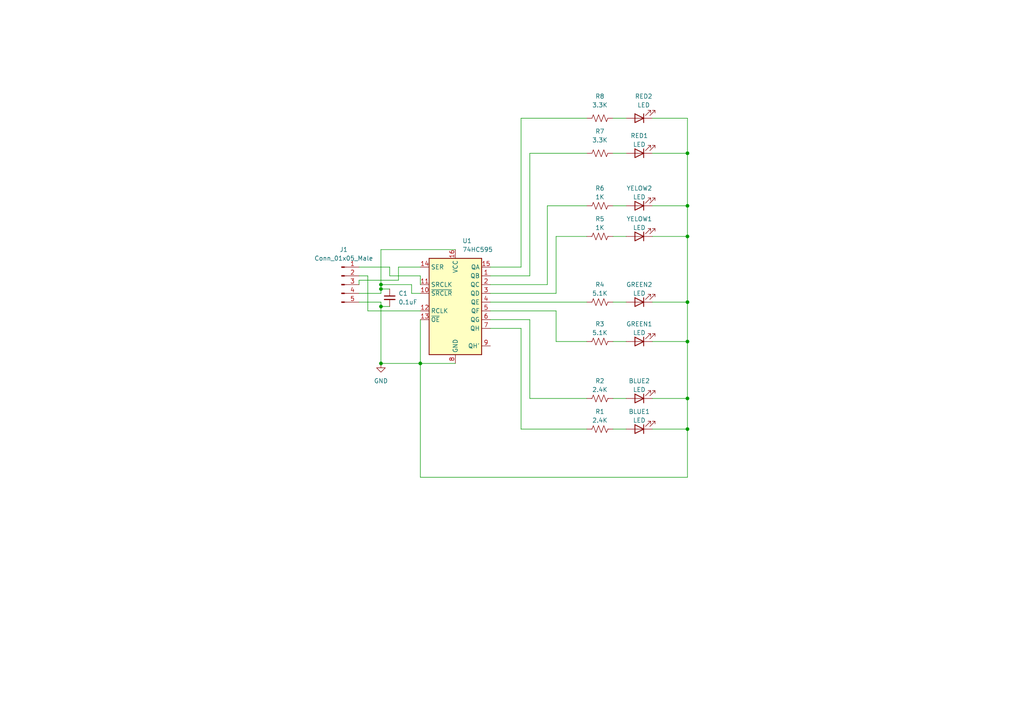
<source format=kicad_sch>
(kicad_sch (version 20211123) (generator eeschema)
  (paper "A4")
  (lib_symbols
    (symbol "74xx:74HC595"
      (property "Reference" "U" (at -7.62 13.97 0))
      (property "Value" "74HC595" (at -7.62 -16.51 0))
      (symbol "74HC595_1_0"
        (pin tri_state line (at 10.16 7.62 180) (length 2.54) (name "QB") (number "1"))
        (pin input line (at -10.16 2.54 0) (length 2.54) (name "~{SRCLR}") (number "10"))
        (pin input line (at -10.16 5.08 0) (length 2.54) (name "SRCLK") (number "11"))
        (pin input line (at -10.16 -2.54 0) (length 2.54) (name "RCLK") (number "12"))
        (pin input line (at -10.16 -5.08 0) (length 2.54) (name "~{OE}") (number "13"))
        (pin input line (at -10.16 10.16 0) (length 2.54) (name "SER") (number "14"))
        (pin tri_state line (at 10.16 10.16 180) (length 2.54) (name "QA") (number "15"))
        (pin power_in line (at 0 15.24 270) (length 2.54) (name "VCC") (number "16"))
        (pin tri_state line (at 10.16 5.08 180) (length 2.54) (name "QC") (number "2"))
        (pin tri_state line (at 10.16 2.54 180) (length 2.54) (name "QD") (number "3"))
        (pin tri_state line (at 10.16 0 180) (length 2.54) (name "QE") (number "4"))
        (pin tri_state line (at 10.16 -2.54 180) (length 2.54) (name "QF") (number "5"))
        (pin tri_state line (at 10.16 -5.08 180) (length 2.54) (name "QG") (number "6"))
        (pin tri_state line (at 10.16 -7.62 180) (length 2.54) (name "QH") (number "7"))
        (pin power_in line (at 0 -17.78 90) (length 2.54) (name "GND") (number "8"))
        (pin output line (at 10.16 -12.7 180) (length 2.54) (name "QH'") (number "9"))
      )
      (symbol "74HC595_1_1"
        (rectangle (start -7.62 12.7) (end 7.62 -15.24) (stroke (width 0.254)) (fill (type background)))
      )
    )
    (symbol "Connector:Conn_01x05_Male" (pin_names (offset 1.016) hide)
      (property "Reference" "J" (at 0 7.62 0))
      (property "Value" "Conn_01x05_Male" (at 0 -7.62 0))
      (symbol "Conn_01x05_Male_1_1"
        (polyline (pts (xy 1.27 -5.08) (xy 0.8636 -5.08)) (stroke (width 0.1524)))
        (polyline (pts (xy 1.27 -2.54) (xy 0.8636 -2.54)) (stroke (width 0.1524)))
        (polyline (pts (xy 1.27 0) (xy 0.8636 0)) (stroke (width 0.1524)))
        (polyline (pts (xy 1.27 2.54) (xy 0.8636 2.54)) (stroke (width 0.1524)))
        (polyline (pts (xy 1.27 5.08) (xy 0.8636 5.08)) (stroke (width 0.1524)))
        (rectangle (start 0.8636 -4.953) (end 0 -5.207) (stroke (width 0.1524)) (fill (type outline)))
        (rectangle (start 0.8636 -2.413) (end 0 -2.667) (stroke (width 0.1524)) (fill (type outline)))
        (rectangle (start 0.8636 0.127) (end 0 -0.127) (stroke (width 0.1524)) (fill (type outline)))
        (rectangle (start 0.8636 2.667) (end 0 2.413) (stroke (width 0.1524)) (fill (type outline)))
        (rectangle (start 0.8636 5.207) (end 0 4.953) (stroke (width 0.1524)) (fill (type outline)))
        (pin passive line (at 5.08 5.08 180) (length 3.81) (name "Pin_1") (number "1"))
        (pin passive line (at 5.08 2.54 180) (length 3.81) (name "Pin_2") (number "2"))
        (pin passive line (at 5.08 0 180) (length 3.81) (name "Pin_3") (number "3"))
        (pin passive line (at 5.08 -2.54 180) (length 3.81) (name "Pin_4") (number "4"))
        (pin passive line (at 5.08 -5.08 180) (length 3.81) (name "Pin_5") (number "5"))
      )
    )
    (symbol "Device:C_Small" (pin_numbers hide) (pin_names (offset 0.254) hide)
      (property "Reference" "C" (at 0.254 1.778 0))
      (property "Value" "C_Small" (at 0.254 -2.032 0))
      (symbol "C_Small_0_1"
        (polyline (pts (xy -1.524 -0.508) (xy 1.524 -0.508)) (stroke (width 0.3302)))
        (polyline (pts (xy -1.524 0.508) (xy 1.524 0.508)) (stroke (width 0.3048)))
      )
      (symbol "C_Small_1_1"
        (pin passive line (at 0 2.54 270) (length 2.032) (name "~") (number "1"))
        (pin passive line (at 0 -2.54 90) (length 2.032) (name "~") (number "2"))
      )
    )
    (symbol "Device:LED" (pin_numbers hide) (pin_names (offset 1.016) hide)
      (property "Reference" "D" (at 0 2.54 0))
      (property "Value" "LED" (at 0 -2.54 0))
      (symbol "LED_0_1"
        (polyline (pts (xy -1.27 -1.27) (xy -1.27 1.27)) (stroke (width 0.254)))
        (polyline (pts (xy -1.27 0) (xy 1.27 0)))
        (polyline (pts (xy 1.27 -1.27) (xy 1.27 1.27) (xy -1.27 0) (xy 1.27 -1.27)) (stroke (width 0.254)))
        (polyline (pts (xy -3.048 -0.762) (xy -4.572 -2.286) (xy -3.81 -2.286) (xy -4.572 -2.286) (xy -4.572 -1.524)))
        (polyline (pts (xy -1.778 -0.762) (xy -3.302 -2.286) (xy -2.54 -2.286) (xy -3.302 -2.286) (xy -3.302 -1.524)))
      )
      (symbol "LED_1_1"
        (pin passive line (at -3.81 0 0) (length 2.54) (name "K") (number "1"))
        (pin passive line (at 3.81 0 180) (length 2.54) (name "A") (number "2"))
      )
    )
    (symbol "Device:R_US" (pin_numbers hide) (pin_names (offset 0))
      (property "Reference" "R" (at 2.54 0 90))
      (property "Value" "R_US" (at -2.54 0 90))
      (symbol "R_US_0_1"
        (polyline (pts (xy 0 -2.286) (xy 0 -2.54)))
        (polyline (pts (xy 0 2.286) (xy 0 2.54)))
        (polyline (pts (xy 0 -0.762) (xy 1.016 -1.143) (xy 0 -1.524) (xy -1.016 -1.905) (xy 0 -2.286)))
        (polyline (pts (xy 0 0.762) (xy 1.016 0.381) (xy 0 0) (xy -1.016 -0.381) (xy 0 -0.762)))
        (polyline (pts (xy 0 2.286) (xy 1.016 1.905) (xy 0 1.524) (xy -1.016 1.143) (xy 0 0.762)))
      )
      (symbol "R_US_1_1"
        (pin passive line (at 0 3.81 270) (length 1.27) (name "~") (number "1"))
        (pin passive line (at 0 -3.81 90) (length 1.27) (name "~") (number "2"))
      )
    )
    (symbol "power:GND" (power) (pin_names (offset 0))
      (property "Value" "GND" (at 0 -3.81 0))
      (symbol "GND_0_1"
        (polyline (pts (xy 0 0) (xy 0 -1.27) (xy 1.27 -1.27) (xy 0 -2.54) (xy -1.27 -1.27) (xy 0 -1.27)))
      )
      (symbol "GND_1_1"
        (pin power_in line (at 0 0 270) (length 0) hide (name "GND") (number "1"))
      )
    )
  )
  (junction (at 110.49 88.9))
  (junction (at 199.39 87.63))
  (junction (at 199.39 124.46))
  (junction (at 199.39 115.57))
  (junction (at 110.49 83.82))
  (junction (at 110.49 82.55))
  (junction (at 199.39 44.45))
  (junction (at 199.39 68.58))
  (junction (at 110.49 105.41))
  (junction (at 121.92 105.41))
  (junction (at 199.39 99.06))
  (junction (at 199.39 59.69))
  (wire (pts (xy 170.18 59.69) (xy 158.75 59.69)))
  (wire (pts (xy 121.92 82.55) (xy 121.92 80.01)))
  (wire (pts (xy 161.29 90.17) (xy 142.24 90.17)))
  (wire (pts (xy 177.8 59.69) (xy 181.61 59.69)))
  (wire (pts (xy 121.92 77.47) (xy 115.57 77.47)))
  (wire (pts (xy 177.8 87.63) (xy 181.61 87.63)))
  (wire (pts (xy 110.49 87.63) (xy 110.49 88.9)))
  (wire (pts (xy 121.92 80.01) (xy 113.03 80.01)))
  (wire (pts (xy 161.29 99.06) (xy 161.29 90.17)))
  (wire (pts (xy 189.23 44.45) (xy 199.39 44.45)))
  (wire (pts (xy 153.67 80.01) (xy 142.24 80.01)))
  (wire (pts (xy 110.49 88.9) (xy 110.49 105.41)))
  (wire (pts (xy 161.29 85.09) (xy 142.24 85.09)))
  (wire (pts (xy 110.49 105.41) (xy 121.92 105.41)))
  (wire (pts (xy 199.39 68.58) (xy 199.39 87.63)))
  (wire (pts (xy 170.18 115.57) (xy 153.67 115.57)))
  (wire (pts (xy 110.49 87.63) (xy 104.14 87.63)))
  (wire (pts (xy 189.23 124.46) (xy 199.39 124.46)))
  (wire (pts (xy 106.68 80.01) (xy 106.68 90.17)))
  (wire (pts (xy 115.57 77.47) (xy 115.57 81.28)))
  (wire (pts (xy 142.24 87.63) (xy 170.18 87.63)))
  (wire (pts (xy 161.29 99.06) (xy 170.18 99.06)))
  (wire (pts (xy 153.67 115.57) (xy 153.67 92.71)))
  (wire (pts (xy 110.49 83.82) (xy 113.03 83.82)))
  (wire (pts (xy 119.38 85.09) (xy 119.38 82.55)))
  (wire (pts (xy 153.67 44.45) (xy 153.67 80.01)))
  (wire (pts (xy 158.75 59.69) (xy 158.75 82.55)))
  (wire (pts (xy 104.14 81.28) (xy 104.14 82.55)))
  (wire (pts (xy 110.49 72.39) (xy 110.49 82.55)))
  (wire (pts (xy 177.8 34.29) (xy 181.61 34.29)))
  (wire (pts (xy 177.8 44.45) (xy 181.61 44.45)))
  (wire (pts (xy 199.39 138.43) (xy 121.92 138.43)))
  (wire (pts (xy 121.92 138.43) (xy 121.92 105.41)))
  (wire (pts (xy 158.75 82.55) (xy 142.24 82.55)))
  (wire (pts (xy 170.18 34.29) (xy 151.13 34.29)))
  (wire (pts (xy 106.68 90.17) (xy 121.92 90.17)))
  (wire (pts (xy 177.8 99.06) (xy 181.61 99.06)))
  (wire (pts (xy 199.39 124.46) (xy 199.39 138.43)))
  (wire (pts (xy 170.18 44.45) (xy 153.67 44.45)))
  (wire (pts (xy 177.8 124.46) (xy 181.61 124.46)))
  (wire (pts (xy 142.24 95.25) (xy 151.13 95.25)))
  (wire (pts (xy 177.8 115.57) (xy 181.61 115.57)))
  (wire (pts (xy 121.92 85.09) (xy 119.38 85.09)))
  (wire (pts (xy 151.13 34.29) (xy 151.13 77.47)))
  (wire (pts (xy 189.23 34.29) (xy 199.39 34.29)))
  (wire (pts (xy 132.08 72.39) (xy 110.49 72.39)))
  (wire (pts (xy 189.23 99.06) (xy 199.39 99.06)))
  (wire (pts (xy 199.39 99.06) (xy 199.39 115.57)))
  (wire (pts (xy 199.39 59.69) (xy 199.39 68.58)))
  (wire (pts (xy 177.8 68.58) (xy 181.61 68.58)))
  (wire (pts (xy 110.49 82.55) (xy 110.49 83.82)))
  (wire (pts (xy 161.29 85.09) (xy 161.29 68.58)))
  (wire (pts (xy 153.67 92.71) (xy 142.24 92.71)))
  (wire (pts (xy 199.39 44.45) (xy 199.39 59.69)))
  (wire (pts (xy 110.49 88.9) (xy 113.03 88.9)))
  (wire (pts (xy 189.23 115.57) (xy 199.39 115.57)))
  (wire (pts (xy 189.23 68.58) (xy 199.39 68.58)))
  (wire (pts (xy 189.23 87.63) (xy 199.39 87.63)))
  (wire (pts (xy 119.38 82.55) (xy 110.49 82.55)))
  (wire (pts (xy 151.13 77.47) (xy 142.24 77.47)))
  (wire (pts (xy 151.13 124.46) (xy 170.18 124.46)))
  (wire (pts (xy 121.92 92.71) (xy 121.92 105.41)))
  (wire (pts (xy 199.39 87.63) (xy 199.39 99.06)))
  (wire (pts (xy 189.23 59.69) (xy 199.39 59.69)))
  (wire (pts (xy 113.03 80.01) (xy 113.03 77.47)))
  (wire (pts (xy 151.13 95.25) (xy 151.13 124.46)))
  (wire (pts (xy 161.29 68.58) (xy 170.18 68.58)))
  (wire (pts (xy 199.39 115.57) (xy 199.39 124.46)))
  (wire (pts (xy 104.14 80.01) (xy 106.68 80.01)))
  (wire (pts (xy 115.57 81.28) (xy 104.14 81.28)))
  (wire (pts (xy 110.49 85.09) (xy 104.14 85.09)))
  (wire (pts (xy 110.49 83.82) (xy 110.49 85.09)))
  (wire (pts (xy 121.92 105.41) (xy 132.08 105.41)))
  (wire (pts (xy 113.03 77.47) (xy 104.14 77.47)))
  (wire (pts (xy 199.39 34.29) (xy 199.39 44.45)))
  (symbol (lib_id "Device:R_US") (at 173.99 59.69 90) (unit 1)
    (property "Reference" "R6" (at 173.99 54.61 90))
    (property "Value" "1K" (at 173.99 57.15 90))
    (property "Footprint" "Resistor_THT:R_Axial_DIN0411_L9.9mm_D3.6mm_P12.70mm_Horizontal" (effects hide))
  )
  (symbol (lib_id "Device:R_US") (at 173.99 68.58 90) (unit 1)
    (property "Reference" "R5" (at 173.99 63.5 90))
    (property "Value" "1K" (at 173.99 66.04 90))
    (property "Footprint" "Resistor_THT:R_Axial_DIN0411_L9.9mm_D3.6mm_P12.70mm_Horizontal" (effects hide))
  )
  (symbol (lib_id "Device:R_US") (at 173.99 99.06 90) (unit 1)
    (property "Reference" "R3" (at 173.99 93.98 90))
    (property "Value" "5.1K" (at 173.99 96.52 90))
    (property "Footprint" "Resistor_THT:R_Axial_DIN0411_L9.9mm_D3.6mm_P12.70mm_Horizontal" (effects hide))
  )
  (symbol (lib_id "Device:LED") (at 185.42 34.29 180) (unit 1)
    (property "Reference" "RED2" (at 186.69 27.94 0))
    (property "Value" "LED" (at 186.69 30.48 0))
    (property "Footprint" "LED_THT:LED_D5.0mm" (effects hide))
  )
  (symbol (lib_id "Device:LED") (at 185.42 68.58 180) (unit 1)
    (property "Reference" "YELOW1" (at 185.42 63.5 0))
    (property "Value" "LED" (at 185.42 66.04 0))
    (property "Footprint" "LED_THT:LED_D5.0mm" (effects hide))
  )
  (symbol (lib_id "Device:LED") (at 185.42 124.46 180) (unit 1)
    (property "Reference" "BLUE1" (at 185.42 119.38 0))
    (property "Value" "LED" (at 185.42 121.92 0))
    (property "Footprint" "LED_THT:LED_D5.0mm" (effects hide))
  )
  (symbol (lib_id "Device:R_US") (at 173.99 87.63 90) (unit 1)
    (property "Reference" "R4" (at 173.99 82.55 90))
    (property "Value" "5.1K" (at 173.99 85.09 90))
    (property "Footprint" "Resistor_THT:R_Axial_DIN0411_L9.9mm_D3.6mm_P12.70mm_Horizontal" (effects hide))
  )
  (symbol (lib_id "Device:LED") (at 185.42 87.63 180) (unit 1)
    (property "Reference" "GREEN2" (at 185.42 82.55 0))
    (property "Value" "LED" (at 185.42 85.09 0))
    (property "Footprint" "LED_THT:LED_D5.0mm" (effects hide))
  )
  (symbol (lib_id "74xx:74HC595") (at 132.08 87.63 0) (unit 1)
    (property "Reference" "U1" (at 134.0994 69.85 0) (effects (justify left)))
    (property "Value" "74HC595" (at 134.0994 72.39 0) (effects (justify left)))
    (property "Footprint" "Package_DIP:DIP-16_W7.62mm" (effects hide))
    (property "Datasheet" "http://www.ti.com/lit/ds/symlink/sn74hc595.pdf" (effects hide))
  )
  (symbol (lib_id "Device:C_Small") (at 113.03 86.36 0) (unit 1)
    (property "Reference" "C1" (at 115.57 85.0962 0) (effects (justify left)))
    (property "Value" "0.1uF" (at 115.57 87.6362 0) (effects (justify left)))
    (property "Footprint" "Capacitor_THT:C_Disc_D5.0mm_W2.5mm_P2.50mm" (effects hide))
  )
  (symbol (lib_id "Device:LED") (at 185.42 59.69 180) (unit 1)
    (property "Reference" "YELOW2" (at 185.42 54.61 0))
    (property "Value" "LED" (at 185.42 57.15 0))
    (property "Footprint" "LED_THT:LED_D5.0mm" (effects hide))
  )
  (symbol (lib_id "Device:LED") (at 185.42 99.06 180) (unit 1)
    (property "Reference" "GREEN1" (at 185.42 93.98 0))
    (property "Value" "LED" (at 185.42 96.52 0))
    (property "Footprint" "LED_THT:LED_D5.0mm" (effects hide))
  )
  (symbol (lib_id "power:GND") (at 110.49 105.41 0) (unit 1)
    (property "Reference" "#PWR0101" (effects hide))
    (property "Value" "GND" (at 110.49 110.49 0))
  )
  (symbol (lib_id "Device:LED") (at 185.42 115.57 180) (unit 1)
    (property "Reference" "BLUE2" (at 185.42 110.49 0))
    (property "Value" "LED" (at 185.42 113.03 0))
    (property "Footprint" "LED_THT:LED_D5.0mm" (effects hide))
  )
  (symbol (lib_id "Device:R_US") (at 173.99 115.57 90) (unit 1)
    (property "Reference" "R2" (at 173.99 110.49 90))
    (property "Value" "2.4K" (at 173.99 113.03 90))
    (property "Footprint" "Resistor_THT:R_Axial_DIN0411_L9.9mm_D3.6mm_P12.70mm_Horizontal" (effects hide))
  )
  (symbol (lib_id "Connector:Conn_01x05_Male") (at 99.06 82.55 0) (unit 1)
    (property "Reference" "J1" (at 99.695 72.39 0))
    (property "Value" "Conn_01x05_Male" (at 99.695 74.93 0))
    (property "Footprint" "Connector_PinHeader_2.54mm:PinHeader_1x05_P2.54mm_Vertical" (effects hide))
  )
  (symbol (lib_id "Device:R_US") (at 173.99 44.45 90) (unit 1)
    (property "Reference" "R7" (at 173.99 38.1 90))
    (property "Value" "3.3K" (at 173.99 40.64 90))
    (property "Footprint" "Resistor_THT:R_Axial_DIN0411_L9.9mm_D3.6mm_P12.70mm_Horizontal" (effects hide))
  )
  (symbol (lib_id "Device:R_US") (at 173.99 124.46 90) (unit 1)
    (property "Reference" "R1" (at 173.99 119.38 90))
    (property "Value" "2.4K" (at 173.99 121.92 90))
    (property "Footprint" "Resistor_THT:R_Axial_DIN0411_L9.9mm_D3.6mm_P12.70mm_Horizontal" (effects hide))
  )
  (symbol (lib_id "Device:R_US") (at 173.99 34.29 90) (unit 1)
    (property "Reference" "R8" (at 173.99 27.94 90))
    (property "Value" "3.3K" (at 173.99 30.48 90))
    (property "Footprint" "Resistor_THT:R_Axial_DIN0411_L9.9mm_D3.6mm_P12.70mm_Horizontal" (effects hide))
  )
  (symbol (lib_id "Device:LED") (at 185.42 44.45 180) (unit 1)
    (property "Reference" "RED1" (at 185.42 39.37 0))
    (property "Value" "LED" (at 185.42 41.91 0))
    (property "Footprint" "LED_THT:LED_D5.0mm" (effects hide))
  )
)
</source>
